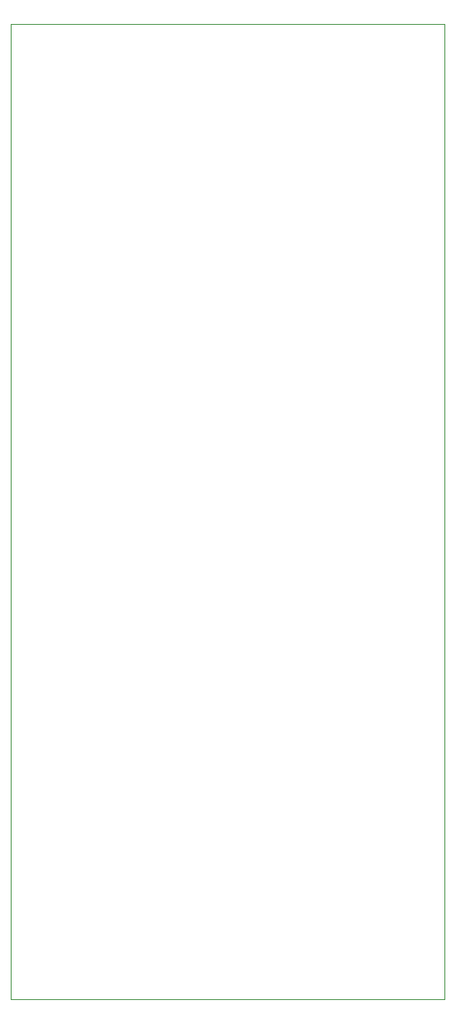
<source format=gbr>
G04 #@! TF.GenerationSoftware,KiCad,Pcbnew,7.0.2*
G04 #@! TF.CreationDate,2023-06-04T18:47:50-07:00*
G04 #@! TF.ProjectId,pbx_ring_gen,7062785f-7269-46e6-975f-67656e2e6b69,1*
G04 #@! TF.SameCoordinates,Original*
G04 #@! TF.FileFunction,Profile,NP*
%FSLAX46Y46*%
G04 Gerber Fmt 4.6, Leading zero omitted, Abs format (unit mm)*
G04 Created by KiCad (PCBNEW 7.0.2) date 2023-06-04 18:47:50*
%MOMM*%
%LPD*%
G01*
G04 APERTURE LIST*
G04 #@! TA.AperFunction,Profile*
%ADD10C,0.050000*%
G04 #@! TD*
G04 APERTURE END LIST*
D10*
X33020000Y-122682000D02*
X33020000Y-22860000D01*
X33020000Y-22860000D02*
X77470000Y-22860000D01*
X77470000Y-22860000D02*
X77470000Y-122682000D01*
X77470000Y-122682000D02*
X33020000Y-122682000D01*
M02*

</source>
